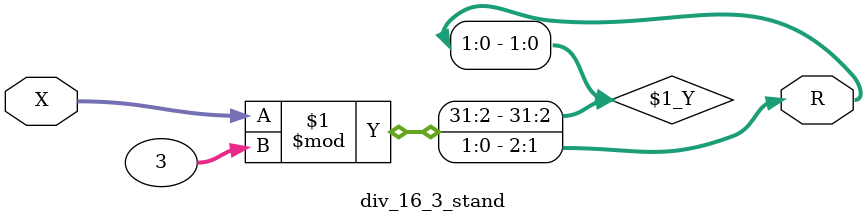
<source format=v>
module div_16_3_stand( X, R);//, R);


input  [16:1] X;
//output [15:1] Q; 
output [2:1] R;

//assign Q = X / 3;

assign R = X % 3;


endmodule

</source>
